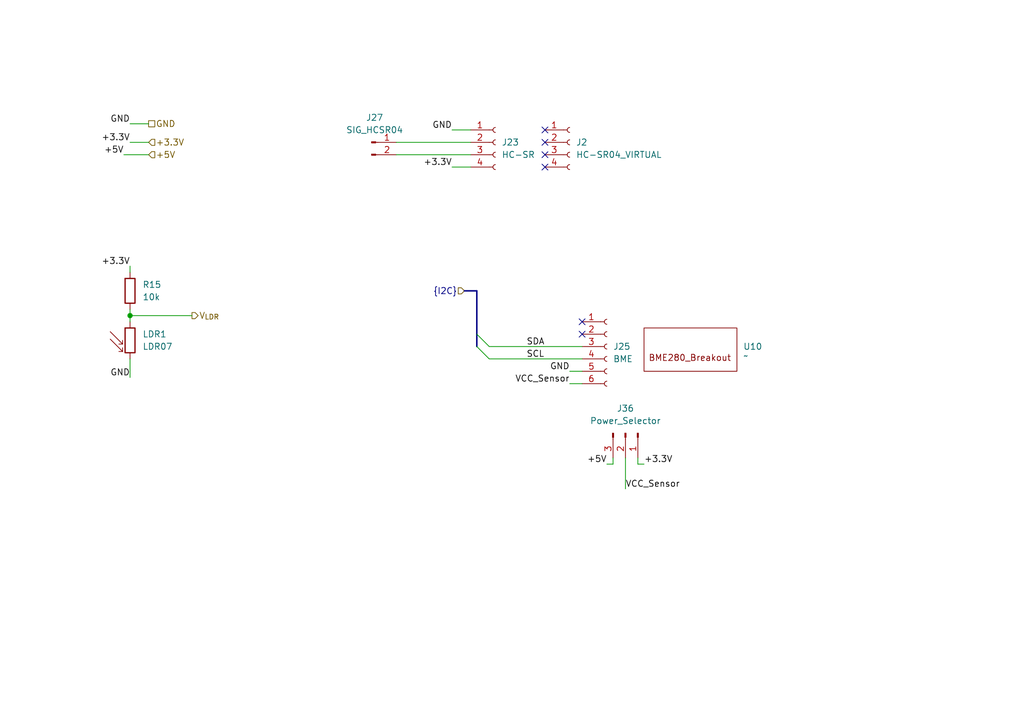
<source format=kicad_sch>
(kicad_sch (version 20231120) (generator "eeschema") (generator_version "8.0")
  (paper "A5")
  (title_block (title "Sensors") (date "2024-08-29") (rev "1.0") (company "Designed by CREPP-NLG"))
  (lib_symbols
    (symbol "CREPP_Temperature_sensors:BME280_Breakout"
      (property "Reference" "U" (at 0 0 0))
      (symbol "BME280_Breakout_0_1"
        (rectangle (start -8.89 2.54) (end 10.16 -6.35))
      )
      (symbol "BME280_Breakout_1_1"
        (text "BME280_Breakout" (at 0.508 -3.556 0) (effects (font (size 1.27 1.27))))
      )
    )
    (symbol "Connector:Conn_01x02_Pin" (pin_names (offset 1.016) hide)
      (property "Reference" "J" (at 0 2.54 0))
      (property "Value" "Conn_01x02_Pin" (at 0 -5.08 0))
      (symbol "Conn_01x02_Pin_1_1"
        (polyline (pts (xy 1.27 -2.54) (xy 0.8636 -2.54)) (stroke (width 0.1524)))
        (polyline (pts (xy 1.27 0) (xy 0.8636 0)) (stroke (width 0.1524)))
        (rectangle (start 0.8636 -2.413) (end 0 -2.667) (stroke (width 0.1524)) (fill (type outline)))
        (rectangle (start 0.8636 0.127) (end 0 -0.127) (stroke (width 0.1524)) (fill (type outline)))
        (pin passive line (at 5.08 0 180) (length 3.81) (name "Pin_1") (number "1"))
        (pin passive line (at 5.08 -2.54 180) (length 3.81) (name "Pin_2") (number "2"))
      )
    )
    (symbol "Connector:Conn_01x03_Pin" (pin_names (offset 1.016) hide)
      (property "Reference" "J" (at 0 5.08 0))
      (property "Value" "Conn_01x03_Pin" (at 0 -5.08 0))
      (symbol "Conn_01x03_Pin_1_1"
        (polyline (pts (xy 1.27 -2.54) (xy 0.8636 -2.54)) (stroke (width 0.1524)))
        (polyline (pts (xy 1.27 0) (xy 0.8636 0)) (stroke (width 0.1524)))
        (polyline (pts (xy 1.27 2.54) (xy 0.8636 2.54)) (stroke (width 0.1524)))
        (rectangle (start 0.8636 -2.413) (end 0 -2.667) (stroke (width 0.1524)) (fill (type outline)))
        (rectangle (start 0.8636 0.127) (end 0 -0.127) (stroke (width 0.1524)) (fill (type outline)))
        (rectangle (start 0.8636 2.667) (end 0 2.413) (stroke (width 0.1524)) (fill (type outline)))
        (pin passive line (at 5.08 2.54 180) (length 3.81) (name "Pin_1") (number "1"))
        (pin passive line (at 5.08 0 180) (length 3.81) (name "Pin_2") (number "2"))
        (pin passive line (at 5.08 -2.54 180) (length 3.81) (name "Pin_3") (number "3"))
      )
    )
    (symbol "Connector:Conn_01x04_Socket" (pin_names (offset 1.016) hide)
      (property "Reference" "J" (at 0 5.08 0))
      (property "Value" "Conn_01x04_Socket" (at 0 -7.62 0))
      (symbol "Conn_01x04_Socket_1_1"
        (arc (start 0 -4.572) (mid -0.5058 -5.08) (end 0 -5.588) (stroke (width 0.1524)))
        (arc (start 0 -2.032) (mid -0.5058 -2.54) (end 0 -3.048) (stroke (width 0.1524)))
        (polyline (pts (xy -1.27 -5.08) (xy -0.508 -5.08)) (stroke (width 0.1524)))
        (polyline (pts (xy -1.27 -2.54) (xy -0.508 -2.54)) (stroke (width 0.1524)))
        (polyline (pts (xy -1.27 0) (xy -0.508 0)) (stroke (width 0.1524)))
        (polyline (pts (xy -1.27 2.54) (xy -0.508 2.54)) (stroke (width 0.1524)))
        (arc (start 0 0.508) (mid -0.5058 0) (end 0 -0.508) (stroke (width 0.1524)))
        (arc (start 0 3.048) (mid -0.5058 2.54) (end 0 2.032) (stroke (width 0.1524)))
        (pin passive line (at -5.08 2.54 0) (length 3.81) (name "Pin_1") (number "1"))
        (pin passive line (at -5.08 0 0) (length 3.81) (name "Pin_2") (number "2"))
        (pin passive line (at -5.08 -2.54 0) (length 3.81) (name "Pin_3") (number "3"))
        (pin passive line (at -5.08 -5.08 0) (length 3.81) (name "Pin_4") (number "4"))
      )
    )
    (symbol "Connector:Conn_01x06_Socket" (pin_names (offset 1.016) hide)
      (property "Reference" "J" (at 0 7.62 0))
      (property "Value" "Conn_01x06_Socket" (at 0 -10.16 0))
      (symbol "Conn_01x06_Socket_1_1"
        (arc (start 0 -7.112) (mid -0.5058 -7.62) (end 0 -8.128) (stroke (width 0.1524)))
        (arc (start 0 -4.572) (mid -0.5058 -5.08) (end 0 -5.588) (stroke (width 0.1524)))
        (arc (start 0 -2.032) (mid -0.5058 -2.54) (end 0 -3.048) (stroke (width 0.1524)))
        (polyline (pts (xy -1.27 -7.62) (xy -0.508 -7.62)) (stroke (width 0.1524)))
        (polyline (pts (xy -1.27 -5.08) (xy -0.508 -5.08)) (stroke (width 0.1524)))
        (polyline (pts (xy -1.27 -2.54) (xy -0.508 -2.54)) (stroke (width 0.1524)))
        (polyline (pts (xy -1.27 0) (xy -0.508 0)) (stroke (width 0.1524)))
        (polyline (pts (xy -1.27 2.54) (xy -0.508 2.54)) (stroke (width 0.1524)))
        (polyline (pts (xy -1.27 5.08) (xy -0.508 5.08)) (stroke (width 0.1524)))
        (arc (start 0 0.508) (mid -0.5058 0) (end 0 -0.508) (stroke (width 0.1524)))
        (arc (start 0 3.048) (mid -0.5058 2.54) (end 0 2.032) (stroke (width 0.1524)))
        (arc (start 0 5.588) (mid -0.5058 5.08) (end 0 4.572) (stroke (width 0.1524)))
        (pin passive line (at -5.08 5.08 0) (length 3.81) (name "Pin_1") (number "1"))
        (pin passive line (at -5.08 2.54 0) (length 3.81) (name "Pin_2") (number "2"))
        (pin passive line (at -5.08 0 0) (length 3.81) (name "Pin_3") (number "3"))
        (pin passive line (at -5.08 -2.54 0) (length 3.81) (name "Pin_4") (number "4"))
        (pin passive line (at -5.08 -5.08 0) (length 3.81) (name "Pin_5") (number "5"))
        (pin passive line (at -5.08 -7.62 0) (length 3.81) (name "Pin_6") (number "6"))
      )
    )
    (symbol "Device:R" (pin_numbers hide) (pin_names (offset 0))
      (property "Reference" "R" (at 2.032 0 90))
      (property "Value" "R" (at 0 0 90))
      (symbol "R_0_1"
        (rectangle (start -1.016 -2.54) (end 1.016 2.54) (stroke (width 0.254)))
      )
      (symbol "R_1_1"
        (pin passive line (at 0 3.81 270) (length 1.27) (name "~") (number "1"))
        (pin passive line (at 0 -3.81 90) (length 1.27) (name "~") (number "2"))
      )
    )
    (symbol "Sensor_Optical:LDR07" (pin_numbers hide) (pin_names (offset 0))
      (property "Reference" "R" (at -5.08 0 90))
      (property "Value" "LDR07" (at 1.905 0 90))
      (symbol "LDR07_0_1"
        (rectangle (start -1.016 2.54) (end 1.016 -2.54) (stroke (width 0.254)))
        (polyline (pts (xy -1.524 -2.286) (xy -4.064 0.254)))
        (polyline (pts (xy -1.524 -2.286) (xy -2.286 -2.286)))
        (polyline (pts (xy -1.524 -2.286) (xy -1.524 -1.524)))
        (polyline (pts (xy -1.524 -0.762) (xy -4.064 1.778)))
        (polyline (pts (xy -1.524 -0.762) (xy -2.286 -0.762)))
        (polyline (pts (xy -1.524 -0.762) (xy -1.524 0)))
      )
      (symbol "LDR07_1_1"
        (pin passive line (at 0 3.81 270) (length 1.27) (name "~") (number "1"))
        (pin passive line (at 0 -3.81 90) (length 1.27) (name "~") (number "2"))
      )
    )
  )
  (junction (at 26.67 64.77))
  (no_connect (at 119.38 68.58))
  (no_connect (at 111.76 34.29))
  (no_connect (at 119.38 66.04))
  (no_connect (at 111.76 29.21))
  (no_connect (at 111.76 31.75))
  (no_connect (at 111.76 26.67))
  (bus_entry (at 100.33 71.12) (size -2.54 -2.54))
  (bus_entry (at 100.33 73.66) (size -2.54 -2.54))
  (wire (pts (xy 116.84 78.74) (xy 119.38 78.74)))
  (wire (pts (xy 39.37 64.77) (xy 26.67 64.77)))
  (wire (pts (xy 26.67 64.77) (xy 26.67 66.04)))
  (wire (pts (xy 26.67 73.66) (xy 26.67 77.47)))
  (wire (pts (xy 130.81 93.98) (xy 130.81 95.25)))
  (wire (pts (xy 25.4 31.75) (xy 30.48 31.75)))
  (wire (pts (xy 92.71 34.29) (xy 96.52 34.29)))
  (wire (pts (xy 92.71 26.67) (xy 96.52 26.67)))
  (wire (pts (xy 130.81 95.25) (xy 132.08 95.25)))
  (bus (pts (xy 97.79 59.69) (xy 97.79 68.58)))
  (wire (pts (xy 81.28 29.21) (xy 96.52 29.21)))
  (wire (pts (xy 125.73 93.98) (xy 125.73 95.25)))
  (wire (pts (xy 128.27 93.98) (xy 128.27 100.33)))
  (wire (pts (xy 116.84 76.2) (xy 119.38 76.2)))
  (wire (pts (xy 26.67 64.77) (xy 26.67 63.5)))
  (wire (pts (xy 125.73 95.25) (xy 124.46 95.25)))
  (wire (pts (xy 81.28 31.75) (xy 96.52 31.75)))
  (wire (pts (xy 26.67 54.61) (xy 26.67 55.88)))
  (wire (pts (xy 26.67 29.21) (xy 30.48 29.21)))
  (bus (pts (xy 97.79 68.58) (xy 97.79 71.12)))
  (bus (pts (xy 95.25 59.69) (xy 97.79 59.69)))
  (wire (pts (xy 100.33 71.12) (xy 119.38 71.12)))
  (wire (pts (xy 100.33 73.66) (xy 119.38 73.66)))
  (wire (pts (xy 26.67 25.4) (xy 30.48 25.4)))
  (label "VCC_Sensor" (at 128.27 100.33 0))
  (label "+5V" (at 25.4 31.75 180))
  (label "+3.3V" (at 132.08 95.25 0))
  (label "+3.3V" (at 92.71 34.29 180))
  (label "GND" (at 116.84 76.2 180))
  (label "GND" (at 26.67 25.4 180))
  (label "SCL" (at 107.95 73.66 0))
  (label "SDA" (at 107.95 71.12 0))
  (label "+5V" (at 124.46 95.25 180))
  (label "+3.3V" (at 26.67 29.21 180))
  (label "GND" (at 92.71 26.67 180))
  (label "+3.3V" (at 26.67 54.61 180))
  (label "GND" (at 26.67 77.47 180))
  (label "VCC_Sensor" (at 116.84 78.74 180))
  (hierarchical_label "V_{LDR}" (shape output) (at 39.37 64.77 0))
  (hierarchical_label "{I2C}" (shape input) (at 95.25 59.69 180))
  (hierarchical_label "+5V" (shape input) (at 30.48 31.75 0))
  (hierarchical_label "GND" (shape passive) (at 30.48 25.4 0))
  (hierarchical_label "+3.3V" (shape input) (at 30.48 29.21 0))
  (symbol (lib_id "Connector:Conn_01x02_Pin") (at 76.2 29.21 0) (unit 1)
    (property "Reference" "J27" (at 76.835 24.13 0))
    (property "Value" "SIG_HCSR04" (at 76.835 26.67 0))
    (property "Footprint" "Connector_PinHeader_2.54mm:PinHeader_1x02_P2.54mm_Vertical" (effects (hide yes)))
    (property "Description" "Generic connector, single row, 01x02, script generated" (effects (hide yes)))
  )
  (symbol (lib_id "CREPP_Temperature_sensors:BME280_Breakout") (at 140.97 69.85 0) (unit 1)
    (property "Reference" "U10" (at 152.4 71.1199 0) (effects (justify left)))
    (property "Value" "~" (at 152.4 73.025 0) (effects (justify left)))
    (property "Footprint" "CREPP_Temperature_sensors:BME280_Breakout" (effects (hide yes)))
  )
  (symbol (lib_id "Connector:Conn_01x03_Pin") (at 128.27 88.9 270) (unit 1)
    (property "Reference" "J36" (at 128.27 83.82 90))
    (property "Value" "Power_Selector" (at 128.27 86.36 90))
    (property "Footprint" "Connector_PinHeader_2.54mm:PinHeader_1x03_P2.54mm_Vertical" (effects (hide yes)))
    (property "Description" "Generic connector, single row, 01x03, script generated" (effects (hide yes)))
  )
  (symbol (lib_id "Connector:Conn_01x04_Socket") (at 101.6 29.21 0) (unit 1)
    (property "Reference" "J23" (at 102.87 29.2099 0) (effects (justify left)))
    (property "Value" "HC-SR" (at 102.87 31.7499 0) (effects (justify left)))
    (property "Footprint" "Connector_PinSocket_2.54mm:PinSocket_1x04_P2.54mm_Vertical" (effects (hide yes)))
    (property "Description" "Generic connector, single row, 01x04, script generated" (effects (hide yes)))
  )
  (symbol (lib_id "Sensor_Optical:LDR07") (at 26.67 69.85 0) (unit 1)
    (property "Reference" "LDR1" (at 29.21 68.5799 0) (effects (justify left)))
    (property "Value" "LDR07" (at 29.21 71.1199 0) (effects (justify left)))
    (property "Footprint" "OptoDevice:R_LDR_5.1x4.3mm_P3.4mm_Vertical" (effects (hide yes)))
    (property "Datasheet" "http://www.tme.eu/de/Document/f2e3ad76a925811312d226c31da4cd7e/LDR07.pdf" (effects (hide yes)))
    (property "Description" "light dependent resistor" (effects (hide yes)))
  )
  (symbol (lib_id "Connector:Conn_01x06_Socket") (at 124.46 71.12 0) (unit 1)
    (property "Reference" "J25" (at 125.73 71.1199 0) (effects (justify left)))
    (property "Value" "BME" (at 125.73 73.6599 0) (effects (justify left)))
    (property "Footprint" "Connector_PinSocket_2.54mm:PinSocket_1x06_P2.54mm_Vertical" (effects (hide yes)))
    (property "Description" "Generic connector, single row, 01x06, script generated" (effects (hide yes)))
  )
  (symbol (lib_id "Device:R") (at 26.67 59.69 0) (unit 1)
    (property "Reference" "R15" (at 29.21 58.4199 0) (effects (justify left)))
    (property "Value" "10k" (at 29.21 60.9599 0) (effects (justify left)))
    (property "Footprint" "Resistor_THT:R_Axial_DIN0207_L6.3mm_D2.5mm_P10.16mm_Horizontal" (effects (hide yes)))
  )
  (symbol (lib_id "Connector:Conn_01x04_Socket") (at 116.84 29.21 0) (unit 1)
    (property "Reference" "J2" (at 118.11 29.2099 0) (effects (justify left)))
    (property "Value" "HC-SR04_VIRTUAL" (at 118.11 31.7499 0) (effects (justify left)))
    (property "Footprint" "Connector_PinSocket_2.54mm:PinSocket_1x04_P2.54mm_Vertical" (effects (hide yes)))
    (property "Description" "Generic connector, single row, 01x04, script generated" (effects (hide yes)))
  )
)
</source>
